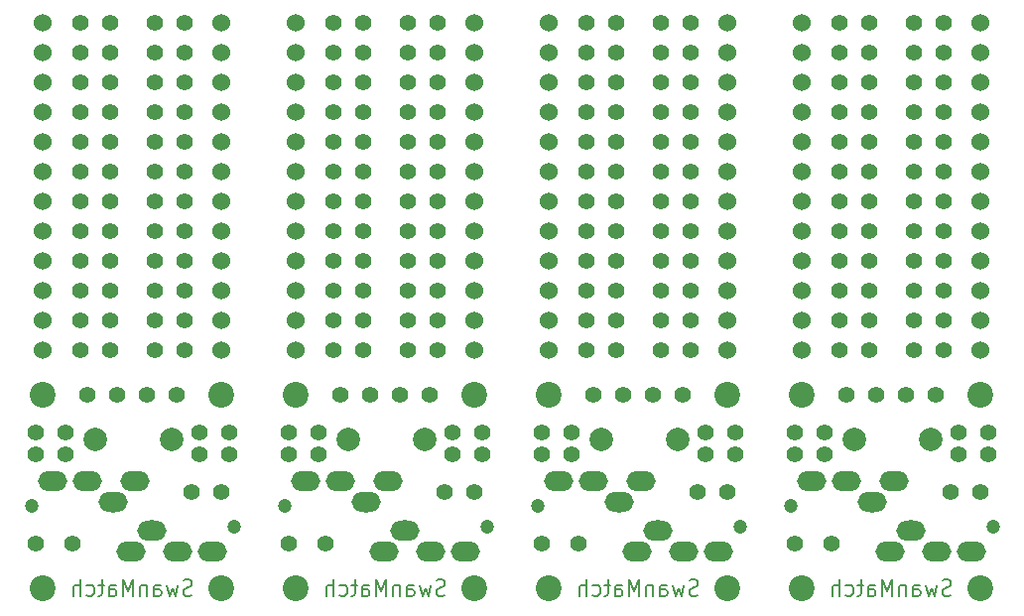
<source format=gbs>
G04 #@! TF.GenerationSoftware,KiCad,Pcbnew,5.0.0-fee4fd1~66~ubuntu18.04.1*
G04 #@! TF.CreationDate,2018-10-17T03:13:26+09:00*
G04 #@! TF.ProjectId,MxLEDBit (___),4D784C45444269742028B3D4FC292E6B,1*
G04 #@! TF.SameCoordinates,Original*
G04 #@! TF.FileFunction,Soldermask,Bot*
G04 #@! TF.FilePolarity,Negative*
%FSLAX46Y46*%
G04 Gerber Fmt 4.6, Leading zero omitted, Abs format (unit mm)*
G04 Created by KiCad (PCBNEW 5.0.0-fee4fd1~66~ubuntu18.04.1) date Wed Oct 17 03:13:26 2018*
%MOMM*%
%LPD*%
G01*
G04 APERTURE LIST*
%ADD10C,0.200000*%
%ADD11O,2.500000X1.700000*%
%ADD12C,1.200000*%
%ADD13C,1.397000*%
%ADD14C,2.200000*%
%ADD15C,1.524000*%
%ADD16C,2.000000*%
G04 APERTURE END LIST*
D10*
X170811190Y-97721666D02*
X170625476Y-97788333D01*
X170315952Y-97788333D01*
X170192142Y-97721666D01*
X170130238Y-97655000D01*
X170068333Y-97521666D01*
X170068333Y-97388333D01*
X170130238Y-97255000D01*
X170192142Y-97188333D01*
X170315952Y-97121666D01*
X170563571Y-97055000D01*
X170687380Y-96988333D01*
X170749285Y-96921666D01*
X170811190Y-96788333D01*
X170811190Y-96655000D01*
X170749285Y-96521666D01*
X170687380Y-96455000D01*
X170563571Y-96388333D01*
X170254047Y-96388333D01*
X170068333Y-96455000D01*
X169635000Y-96855000D02*
X169387380Y-97788333D01*
X169139761Y-97121666D01*
X168892142Y-97788333D01*
X168644523Y-96855000D01*
X167592142Y-97788333D02*
X167592142Y-97055000D01*
X167654047Y-96921666D01*
X167777857Y-96855000D01*
X168025476Y-96855000D01*
X168149285Y-96921666D01*
X167592142Y-97721666D02*
X167715952Y-97788333D01*
X168025476Y-97788333D01*
X168149285Y-97721666D01*
X168211190Y-97588333D01*
X168211190Y-97455000D01*
X168149285Y-97321666D01*
X168025476Y-97255000D01*
X167715952Y-97255000D01*
X167592142Y-97188333D01*
X166973095Y-96855000D02*
X166973095Y-97788333D01*
X166973095Y-96988333D02*
X166911190Y-96921666D01*
X166787380Y-96855000D01*
X166601666Y-96855000D01*
X166477857Y-96921666D01*
X166415952Y-97055000D01*
X166415952Y-97788333D01*
X165796904Y-97788333D02*
X165796904Y-96388333D01*
X165363571Y-97388333D01*
X164930238Y-96388333D01*
X164930238Y-97788333D01*
X163754047Y-97788333D02*
X163754047Y-97055000D01*
X163815952Y-96921666D01*
X163939761Y-96855000D01*
X164187380Y-96855000D01*
X164311190Y-96921666D01*
X163754047Y-97721666D02*
X163877857Y-97788333D01*
X164187380Y-97788333D01*
X164311190Y-97721666D01*
X164373095Y-97588333D01*
X164373095Y-97455000D01*
X164311190Y-97321666D01*
X164187380Y-97255000D01*
X163877857Y-97255000D01*
X163754047Y-97188333D01*
X163320714Y-96855000D02*
X162825476Y-96855000D01*
X163135000Y-96388333D02*
X163135000Y-97588333D01*
X163073095Y-97721666D01*
X162949285Y-97788333D01*
X162825476Y-97788333D01*
X161835000Y-97721666D02*
X161958809Y-97788333D01*
X162206428Y-97788333D01*
X162330238Y-97721666D01*
X162392142Y-97655000D01*
X162454047Y-97521666D01*
X162454047Y-97121666D01*
X162392142Y-96988333D01*
X162330238Y-96921666D01*
X162206428Y-96855000D01*
X161958809Y-96855000D01*
X161835000Y-96921666D01*
X161277857Y-97788333D02*
X161277857Y-96388333D01*
X160720714Y-97788333D02*
X160720714Y-97055000D01*
X160782619Y-96921666D01*
X160906428Y-96855000D01*
X161092142Y-96855000D01*
X161215952Y-96921666D01*
X161277857Y-96988333D01*
X149221190Y-97721666D02*
X149035476Y-97788333D01*
X148725952Y-97788333D01*
X148602142Y-97721666D01*
X148540238Y-97655000D01*
X148478333Y-97521666D01*
X148478333Y-97388333D01*
X148540238Y-97255000D01*
X148602142Y-97188333D01*
X148725952Y-97121666D01*
X148973571Y-97055000D01*
X149097380Y-96988333D01*
X149159285Y-96921666D01*
X149221190Y-96788333D01*
X149221190Y-96655000D01*
X149159285Y-96521666D01*
X149097380Y-96455000D01*
X148973571Y-96388333D01*
X148664047Y-96388333D01*
X148478333Y-96455000D01*
X148045000Y-96855000D02*
X147797380Y-97788333D01*
X147549761Y-97121666D01*
X147302142Y-97788333D01*
X147054523Y-96855000D01*
X146002142Y-97788333D02*
X146002142Y-97055000D01*
X146064047Y-96921666D01*
X146187857Y-96855000D01*
X146435476Y-96855000D01*
X146559285Y-96921666D01*
X146002142Y-97721666D02*
X146125952Y-97788333D01*
X146435476Y-97788333D01*
X146559285Y-97721666D01*
X146621190Y-97588333D01*
X146621190Y-97455000D01*
X146559285Y-97321666D01*
X146435476Y-97255000D01*
X146125952Y-97255000D01*
X146002142Y-97188333D01*
X145383095Y-96855000D02*
X145383095Y-97788333D01*
X145383095Y-96988333D02*
X145321190Y-96921666D01*
X145197380Y-96855000D01*
X145011666Y-96855000D01*
X144887857Y-96921666D01*
X144825952Y-97055000D01*
X144825952Y-97788333D01*
X144206904Y-97788333D02*
X144206904Y-96388333D01*
X143773571Y-97388333D01*
X143340238Y-96388333D01*
X143340238Y-97788333D01*
X142164047Y-97788333D02*
X142164047Y-97055000D01*
X142225952Y-96921666D01*
X142349761Y-96855000D01*
X142597380Y-96855000D01*
X142721190Y-96921666D01*
X142164047Y-97721666D02*
X142287857Y-97788333D01*
X142597380Y-97788333D01*
X142721190Y-97721666D01*
X142783095Y-97588333D01*
X142783095Y-97455000D01*
X142721190Y-97321666D01*
X142597380Y-97255000D01*
X142287857Y-97255000D01*
X142164047Y-97188333D01*
X141730714Y-96855000D02*
X141235476Y-96855000D01*
X141545000Y-96388333D02*
X141545000Y-97588333D01*
X141483095Y-97721666D01*
X141359285Y-97788333D01*
X141235476Y-97788333D01*
X140245000Y-97721666D02*
X140368809Y-97788333D01*
X140616428Y-97788333D01*
X140740238Y-97721666D01*
X140802142Y-97655000D01*
X140864047Y-97521666D01*
X140864047Y-97121666D01*
X140802142Y-96988333D01*
X140740238Y-96921666D01*
X140616428Y-96855000D01*
X140368809Y-96855000D01*
X140245000Y-96921666D01*
X139687857Y-97788333D02*
X139687857Y-96388333D01*
X139130714Y-97788333D02*
X139130714Y-97055000D01*
X139192619Y-96921666D01*
X139316428Y-96855000D01*
X139502142Y-96855000D01*
X139625952Y-96921666D01*
X139687857Y-96988333D01*
X127631190Y-97721666D02*
X127445476Y-97788333D01*
X127135952Y-97788333D01*
X127012142Y-97721666D01*
X126950238Y-97655000D01*
X126888333Y-97521666D01*
X126888333Y-97388333D01*
X126950238Y-97255000D01*
X127012142Y-97188333D01*
X127135952Y-97121666D01*
X127383571Y-97055000D01*
X127507380Y-96988333D01*
X127569285Y-96921666D01*
X127631190Y-96788333D01*
X127631190Y-96655000D01*
X127569285Y-96521666D01*
X127507380Y-96455000D01*
X127383571Y-96388333D01*
X127074047Y-96388333D01*
X126888333Y-96455000D01*
X126455000Y-96855000D02*
X126207380Y-97788333D01*
X125959761Y-97121666D01*
X125712142Y-97788333D01*
X125464523Y-96855000D01*
X124412142Y-97788333D02*
X124412142Y-97055000D01*
X124474047Y-96921666D01*
X124597857Y-96855000D01*
X124845476Y-96855000D01*
X124969285Y-96921666D01*
X124412142Y-97721666D02*
X124535952Y-97788333D01*
X124845476Y-97788333D01*
X124969285Y-97721666D01*
X125031190Y-97588333D01*
X125031190Y-97455000D01*
X124969285Y-97321666D01*
X124845476Y-97255000D01*
X124535952Y-97255000D01*
X124412142Y-97188333D01*
X123793095Y-96855000D02*
X123793095Y-97788333D01*
X123793095Y-96988333D02*
X123731190Y-96921666D01*
X123607380Y-96855000D01*
X123421666Y-96855000D01*
X123297857Y-96921666D01*
X123235952Y-97055000D01*
X123235952Y-97788333D01*
X122616904Y-97788333D02*
X122616904Y-96388333D01*
X122183571Y-97388333D01*
X121750238Y-96388333D01*
X121750238Y-97788333D01*
X120574047Y-97788333D02*
X120574047Y-97055000D01*
X120635952Y-96921666D01*
X120759761Y-96855000D01*
X121007380Y-96855000D01*
X121131190Y-96921666D01*
X120574047Y-97721666D02*
X120697857Y-97788333D01*
X121007380Y-97788333D01*
X121131190Y-97721666D01*
X121193095Y-97588333D01*
X121193095Y-97455000D01*
X121131190Y-97321666D01*
X121007380Y-97255000D01*
X120697857Y-97255000D01*
X120574047Y-97188333D01*
X120140714Y-96855000D02*
X119645476Y-96855000D01*
X119955000Y-96388333D02*
X119955000Y-97588333D01*
X119893095Y-97721666D01*
X119769285Y-97788333D01*
X119645476Y-97788333D01*
X118655000Y-97721666D02*
X118778809Y-97788333D01*
X119026428Y-97788333D01*
X119150238Y-97721666D01*
X119212142Y-97655000D01*
X119274047Y-97521666D01*
X119274047Y-97121666D01*
X119212142Y-96988333D01*
X119150238Y-96921666D01*
X119026428Y-96855000D01*
X118778809Y-96855000D01*
X118655000Y-96921666D01*
X118097857Y-97788333D02*
X118097857Y-96388333D01*
X117540714Y-97788333D02*
X117540714Y-97055000D01*
X117602619Y-96921666D01*
X117726428Y-96855000D01*
X117912142Y-96855000D01*
X118035952Y-96921666D01*
X118097857Y-96988333D01*
X106041190Y-97721666D02*
X105855476Y-97788333D01*
X105545952Y-97788333D01*
X105422142Y-97721666D01*
X105360238Y-97655000D01*
X105298333Y-97521666D01*
X105298333Y-97388333D01*
X105360238Y-97255000D01*
X105422142Y-97188333D01*
X105545952Y-97121666D01*
X105793571Y-97055000D01*
X105917380Y-96988333D01*
X105979285Y-96921666D01*
X106041190Y-96788333D01*
X106041190Y-96655000D01*
X105979285Y-96521666D01*
X105917380Y-96455000D01*
X105793571Y-96388333D01*
X105484047Y-96388333D01*
X105298333Y-96455000D01*
X104865000Y-96855000D02*
X104617380Y-97788333D01*
X104369761Y-97121666D01*
X104122142Y-97788333D01*
X103874523Y-96855000D01*
X102822142Y-97788333D02*
X102822142Y-97055000D01*
X102884047Y-96921666D01*
X103007857Y-96855000D01*
X103255476Y-96855000D01*
X103379285Y-96921666D01*
X102822142Y-97721666D02*
X102945952Y-97788333D01*
X103255476Y-97788333D01*
X103379285Y-97721666D01*
X103441190Y-97588333D01*
X103441190Y-97455000D01*
X103379285Y-97321666D01*
X103255476Y-97255000D01*
X102945952Y-97255000D01*
X102822142Y-97188333D01*
X102203095Y-96855000D02*
X102203095Y-97788333D01*
X102203095Y-96988333D02*
X102141190Y-96921666D01*
X102017380Y-96855000D01*
X101831666Y-96855000D01*
X101707857Y-96921666D01*
X101645952Y-97055000D01*
X101645952Y-97788333D01*
X101026904Y-97788333D02*
X101026904Y-96388333D01*
X100593571Y-97388333D01*
X100160238Y-96388333D01*
X100160238Y-97788333D01*
X98984047Y-97788333D02*
X98984047Y-97055000D01*
X99045952Y-96921666D01*
X99169761Y-96855000D01*
X99417380Y-96855000D01*
X99541190Y-96921666D01*
X98984047Y-97721666D02*
X99107857Y-97788333D01*
X99417380Y-97788333D01*
X99541190Y-97721666D01*
X99603095Y-97588333D01*
X99603095Y-97455000D01*
X99541190Y-97321666D01*
X99417380Y-97255000D01*
X99107857Y-97255000D01*
X98984047Y-97188333D01*
X98550714Y-96855000D02*
X98055476Y-96855000D01*
X98365000Y-96388333D02*
X98365000Y-97588333D01*
X98303095Y-97721666D01*
X98179285Y-97788333D01*
X98055476Y-97788333D01*
X97065000Y-97721666D02*
X97188809Y-97788333D01*
X97436428Y-97788333D01*
X97560238Y-97721666D01*
X97622142Y-97655000D01*
X97684047Y-97521666D01*
X97684047Y-97121666D01*
X97622142Y-96988333D01*
X97560238Y-96921666D01*
X97436428Y-96855000D01*
X97188809Y-96855000D01*
X97065000Y-96921666D01*
X96507857Y-97788333D02*
X96507857Y-96388333D01*
X95950714Y-97788333D02*
X95950714Y-97055000D01*
X96012619Y-96921666D01*
X96136428Y-96855000D01*
X96322142Y-96855000D01*
X96445952Y-96921666D01*
X96507857Y-96988333D01*
D11*
G04 #@! TO.C,JACK*
X172595000Y-93980000D03*
X169595000Y-93980000D03*
X165595000Y-93980000D03*
X164095000Y-89780000D03*
D12*
X174396400Y-91880000D03*
X167386000Y-91880000D03*
G04 #@! TD*
D11*
G04 #@! TO.C,JACK*
X151005000Y-93980000D03*
X148005000Y-93980000D03*
X144005000Y-93980000D03*
X142505000Y-89780000D03*
D12*
X152806400Y-91880000D03*
X145796000Y-91880000D03*
G04 #@! TD*
D11*
G04 #@! TO.C,JACK*
X129415000Y-93980000D03*
X126415000Y-93980000D03*
X122415000Y-93980000D03*
X120915000Y-89780000D03*
D12*
X131216400Y-91880000D03*
X124206000Y-91880000D03*
G04 #@! TD*
G04 #@! TO.C,JACK*
X164134000Y-90130000D03*
X157123600Y-90130000D03*
D11*
X167425000Y-92230000D03*
X165925000Y-88030000D03*
X161925000Y-88030000D03*
X158925000Y-88030000D03*
G04 #@! TD*
D12*
G04 #@! TO.C,JACK*
X142544000Y-90130000D03*
X135533600Y-90130000D03*
D11*
X145835000Y-92230000D03*
X144335000Y-88030000D03*
X140335000Y-88030000D03*
X137335000Y-88030000D03*
G04 #@! TD*
D12*
G04 #@! TO.C,JACK*
X120954000Y-90130000D03*
X113943600Y-90130000D03*
D11*
X124245000Y-92230000D03*
X122745000Y-88030000D03*
X118745000Y-88030000D03*
X115745000Y-88030000D03*
G04 #@! TD*
D13*
G04 #@! TO.C,A*
X170815000Y-88900000D03*
G04 #@! TD*
G04 #@! TO.C,A*
X149225000Y-88900000D03*
G04 #@! TD*
G04 #@! TO.C,A*
X127635000Y-88900000D03*
G04 #@! TD*
G04 #@! TO.C,P2*
X167640000Y-61595000D03*
G04 #@! TD*
G04 #@! TO.C,P2*
X146050000Y-61595000D03*
G04 #@! TD*
G04 #@! TO.C,P2*
X124460000Y-61595000D03*
G04 #@! TD*
G04 #@! TO.C,P2*
X161290000Y-76835000D03*
G04 #@! TD*
G04 #@! TO.C,P2*
X139700000Y-76835000D03*
G04 #@! TD*
G04 #@! TO.C,P2*
X118110000Y-76835000D03*
G04 #@! TD*
G04 #@! TO.C,P2*
X163830000Y-53975000D03*
G04 #@! TD*
G04 #@! TO.C,P2*
X142240000Y-53975000D03*
G04 #@! TD*
G04 #@! TO.C,P2*
X120650000Y-53975000D03*
G04 #@! TD*
G04 #@! TO.C,P2*
X170180000Y-51435000D03*
G04 #@! TD*
G04 #@! TO.C,P2*
X148590000Y-51435000D03*
G04 #@! TD*
G04 #@! TO.C,P2*
X127000000Y-51435000D03*
G04 #@! TD*
G04 #@! TO.C,DATA*
X157480000Y-93345000D03*
G04 #@! TD*
G04 #@! TO.C,DATA*
X135890000Y-93345000D03*
G04 #@! TD*
G04 #@! TO.C,DATA*
X114300000Y-93345000D03*
G04 #@! TD*
G04 #@! TO.C,P2*
X170180000Y-48895000D03*
G04 #@! TD*
G04 #@! TO.C,P2*
X148590000Y-48895000D03*
G04 #@! TD*
G04 #@! TO.C,P2*
X127000000Y-48895000D03*
G04 #@! TD*
G04 #@! TO.C,P2*
X163830000Y-48895000D03*
G04 #@! TD*
G04 #@! TO.C,P2*
X142240000Y-48895000D03*
G04 #@! TD*
G04 #@! TO.C,P2*
X120650000Y-48895000D03*
G04 #@! TD*
G04 #@! TO.C,P2*
X163830000Y-51435000D03*
G04 #@! TD*
G04 #@! TO.C,P2*
X142240000Y-51435000D03*
G04 #@! TD*
G04 #@! TO.C,P2*
X120650000Y-51435000D03*
G04 #@! TD*
G04 #@! TO.C,P2*
X170180000Y-53975000D03*
G04 #@! TD*
G04 #@! TO.C,P2*
X148590000Y-53975000D03*
G04 #@! TD*
G04 #@! TO.C,P2*
X127000000Y-53975000D03*
G04 #@! TD*
G04 #@! TO.C,P2*
X170180000Y-59055000D03*
G04 #@! TD*
G04 #@! TO.C,P2*
X148590000Y-59055000D03*
G04 #@! TD*
G04 #@! TO.C,P2*
X127000000Y-59055000D03*
G04 #@! TD*
D14*
G04 #@! TO.C,HOLE_M2*
X158115000Y-80645000D03*
G04 #@! TD*
G04 #@! TO.C,HOLE_M2*
X136525000Y-80645000D03*
G04 #@! TD*
G04 #@! TO.C,HOLE_M2*
X114935000Y-80645000D03*
G04 #@! TD*
D13*
G04 #@! TO.C,P2*
X167640000Y-56515000D03*
G04 #@! TD*
G04 #@! TO.C,P2*
X146050000Y-56515000D03*
G04 #@! TD*
G04 #@! TO.C,P2*
X124460000Y-56515000D03*
G04 #@! TD*
G04 #@! TO.C,A*
X160655000Y-93345000D03*
G04 #@! TD*
G04 #@! TO.C,A*
X139065000Y-93345000D03*
G04 #@! TD*
G04 #@! TO.C,A*
X117475000Y-93345000D03*
G04 #@! TD*
G04 #@! TO.C,DATA*
X173355000Y-88900000D03*
G04 #@! TD*
G04 #@! TO.C,DATA*
X151765000Y-88900000D03*
G04 #@! TD*
G04 #@! TO.C,DATA*
X130175000Y-88900000D03*
G04 #@! TD*
G04 #@! TO.C,P2*
X161290000Y-51435000D03*
G04 #@! TD*
G04 #@! TO.C,P2*
X139700000Y-51435000D03*
G04 #@! TD*
G04 #@! TO.C,P2*
X118110000Y-51435000D03*
G04 #@! TD*
D14*
G04 #@! TO.C,HOLE_M2*
X158115000Y-97155000D03*
G04 #@! TD*
G04 #@! TO.C,HOLE_M2*
X136525000Y-97155000D03*
G04 #@! TD*
G04 #@! TO.C,HOLE_M2*
X114935000Y-97155000D03*
G04 #@! TD*
D13*
G04 #@! TO.C,P2*
X170180000Y-69215000D03*
G04 #@! TD*
G04 #@! TO.C,P2*
X148590000Y-69215000D03*
G04 #@! TD*
G04 #@! TO.C,P2*
X127000000Y-69215000D03*
G04 #@! TD*
G04 #@! TO.C,P2*
X170180000Y-64135000D03*
G04 #@! TD*
G04 #@! TO.C,P2*
X148590000Y-64135000D03*
G04 #@! TD*
G04 #@! TO.C,P2*
X127000000Y-64135000D03*
G04 #@! TD*
G04 #@! TO.C,P2*
X170180000Y-61595000D03*
G04 #@! TD*
G04 #@! TO.C,P2*
X148590000Y-61595000D03*
G04 #@! TD*
G04 #@! TO.C,P2*
X127000000Y-61595000D03*
G04 #@! TD*
G04 #@! TO.C,P2*
X163830000Y-56515000D03*
G04 #@! TD*
G04 #@! TO.C,P2*
X142240000Y-56515000D03*
G04 #@! TD*
G04 #@! TO.C,P2*
X120650000Y-56515000D03*
G04 #@! TD*
G04 #@! TO.C,P2*
X161290000Y-56515000D03*
G04 #@! TD*
G04 #@! TO.C,P2*
X139700000Y-56515000D03*
G04 #@! TD*
G04 #@! TO.C,P2*
X118110000Y-56515000D03*
G04 #@! TD*
G04 #@! TO.C,P2*
X161290000Y-66675000D03*
G04 #@! TD*
G04 #@! TO.C,P2*
X139700000Y-66675000D03*
G04 #@! TD*
G04 #@! TO.C,P2*
X118110000Y-66675000D03*
G04 #@! TD*
G04 #@! TO.C,DT*
X167640000Y-51435000D03*
G04 #@! TD*
G04 #@! TO.C,DT*
X146050000Y-51435000D03*
G04 #@! TD*
G04 #@! TO.C,DT*
X124460000Y-51435000D03*
G04 #@! TD*
G04 #@! TO.C,P2*
X163830000Y-59055000D03*
G04 #@! TD*
G04 #@! TO.C,P2*
X142240000Y-59055000D03*
G04 #@! TD*
G04 #@! TO.C,P2*
X120650000Y-59055000D03*
G04 #@! TD*
G04 #@! TO.C,P2*
X161290000Y-48895000D03*
G04 #@! TD*
G04 #@! TO.C,P2*
X139700000Y-48895000D03*
G04 #@! TD*
G04 #@! TO.C,P2*
X118110000Y-48895000D03*
G04 #@! TD*
G04 #@! TO.C,P2*
X170180000Y-56515000D03*
G04 #@! TD*
G04 #@! TO.C,P2*
X148590000Y-56515000D03*
G04 #@! TD*
G04 #@! TO.C,P2*
X127000000Y-56515000D03*
G04 #@! TD*
D14*
G04 #@! TO.C,HOLE_M2*
X173355000Y-80645000D03*
G04 #@! TD*
G04 #@! TO.C,HOLE_M2*
X151765000Y-80645000D03*
G04 #@! TD*
G04 #@! TO.C,HOLE_M2*
X130175000Y-80645000D03*
G04 #@! TD*
D13*
G04 #@! TO.C,P2*
X167640000Y-53975000D03*
G04 #@! TD*
G04 #@! TO.C,P2*
X146050000Y-53975000D03*
G04 #@! TD*
G04 #@! TO.C,P2*
X124460000Y-53975000D03*
G04 #@! TD*
G04 #@! TO.C,P2*
X161290000Y-59055000D03*
G04 #@! TD*
G04 #@! TO.C,P2*
X139700000Y-59055000D03*
G04 #@! TD*
G04 #@! TO.C,P2*
X118110000Y-59055000D03*
G04 #@! TD*
G04 #@! TO.C,P2*
X163830000Y-61595000D03*
G04 #@! TD*
G04 #@! TO.C,P2*
X142240000Y-61595000D03*
G04 #@! TD*
G04 #@! TO.C,P2*
X120650000Y-61595000D03*
G04 #@! TD*
G04 #@! TO.C,P2*
X173990000Y-85725000D03*
G04 #@! TD*
G04 #@! TO.C,P2*
X152400000Y-85725000D03*
G04 #@! TD*
G04 #@! TO.C,P2*
X130810000Y-85725000D03*
G04 #@! TD*
G04 #@! TO.C,P2*
X170180000Y-71755000D03*
G04 #@! TD*
G04 #@! TO.C,P2*
X148590000Y-71755000D03*
G04 #@! TD*
G04 #@! TO.C,P2*
X127000000Y-71755000D03*
G04 #@! TD*
G04 #@! TO.C,P2*
X167640000Y-48895000D03*
G04 #@! TD*
G04 #@! TO.C,P2*
X146050000Y-48895000D03*
G04 #@! TD*
G04 #@! TO.C,P2*
X124460000Y-48895000D03*
G04 #@! TD*
G04 #@! TO.C,OLED*
X161925000Y-80645000D03*
X164465000Y-80645000D03*
X167005000Y-80645000D03*
X169545000Y-80645000D03*
G04 #@! TD*
G04 #@! TO.C,OLED*
X140335000Y-80645000D03*
X142875000Y-80645000D03*
X145415000Y-80645000D03*
X147955000Y-80645000D03*
G04 #@! TD*
G04 #@! TO.C,OLED*
X118745000Y-80645000D03*
X121285000Y-80645000D03*
X123825000Y-80645000D03*
X126365000Y-80645000D03*
G04 #@! TD*
D15*
G04 #@! TO.C,U2*
X173355000Y-48895000D03*
X173355000Y-51435000D03*
X173355000Y-53975000D03*
X173355000Y-56515000D03*
X173355000Y-59055000D03*
X173355000Y-61595000D03*
X173355000Y-64135000D03*
X173355000Y-66675000D03*
X173355000Y-69215000D03*
X173355000Y-71755000D03*
X173355000Y-74295000D03*
X173355000Y-76835000D03*
X158115000Y-76835000D03*
X158115000Y-74295000D03*
X158115000Y-71755000D03*
X158115000Y-69215000D03*
X158115000Y-66675000D03*
X158115000Y-64135000D03*
X158115000Y-61595000D03*
X158115000Y-59055000D03*
X158115000Y-56515000D03*
X158115000Y-53975000D03*
X158115000Y-51435000D03*
X158115000Y-48895000D03*
G04 #@! TD*
G04 #@! TO.C,U2*
X151765000Y-48895000D03*
X151765000Y-51435000D03*
X151765000Y-53975000D03*
X151765000Y-56515000D03*
X151765000Y-59055000D03*
X151765000Y-61595000D03*
X151765000Y-64135000D03*
X151765000Y-66675000D03*
X151765000Y-69215000D03*
X151765000Y-71755000D03*
X151765000Y-74295000D03*
X151765000Y-76835000D03*
X136525000Y-76835000D03*
X136525000Y-74295000D03*
X136525000Y-71755000D03*
X136525000Y-69215000D03*
X136525000Y-66675000D03*
X136525000Y-64135000D03*
X136525000Y-61595000D03*
X136525000Y-59055000D03*
X136525000Y-56515000D03*
X136525000Y-53975000D03*
X136525000Y-51435000D03*
X136525000Y-48895000D03*
G04 #@! TD*
G04 #@! TO.C,U2*
X130175000Y-48895000D03*
X130175000Y-51435000D03*
X130175000Y-53975000D03*
X130175000Y-56515000D03*
X130175000Y-59055000D03*
X130175000Y-61595000D03*
X130175000Y-64135000D03*
X130175000Y-66675000D03*
X130175000Y-69215000D03*
X130175000Y-71755000D03*
X130175000Y-74295000D03*
X130175000Y-76835000D03*
X114935000Y-76835000D03*
X114935000Y-74295000D03*
X114935000Y-71755000D03*
X114935000Y-69215000D03*
X114935000Y-66675000D03*
X114935000Y-64135000D03*
X114935000Y-61595000D03*
X114935000Y-59055000D03*
X114935000Y-56515000D03*
X114935000Y-53975000D03*
X114935000Y-51435000D03*
X114935000Y-48895000D03*
G04 #@! TD*
D13*
G04 #@! TO.C,P2*
X157480000Y-85725000D03*
G04 #@! TD*
G04 #@! TO.C,P2*
X135890000Y-85725000D03*
G04 #@! TD*
G04 #@! TO.C,P2*
X114300000Y-85725000D03*
G04 #@! TD*
G04 #@! TO.C,P2*
X160020000Y-85725000D03*
G04 #@! TD*
G04 #@! TO.C,P2*
X138430000Y-85725000D03*
G04 #@! TD*
G04 #@! TO.C,P2*
X116840000Y-85725000D03*
G04 #@! TD*
G04 #@! TO.C,P2*
X161290000Y-71755000D03*
G04 #@! TD*
G04 #@! TO.C,P2*
X139700000Y-71755000D03*
G04 #@! TD*
G04 #@! TO.C,P2*
X118110000Y-71755000D03*
G04 #@! TD*
G04 #@! TO.C,P2*
X167640000Y-59055000D03*
G04 #@! TD*
G04 #@! TO.C,P2*
X146050000Y-59055000D03*
G04 #@! TD*
G04 #@! TO.C,P2*
X124460000Y-59055000D03*
G04 #@! TD*
G04 #@! TO.C,P2*
X161290000Y-74295000D03*
G04 #@! TD*
G04 #@! TO.C,P2*
X139700000Y-74295000D03*
G04 #@! TD*
G04 #@! TO.C,P2*
X118110000Y-74295000D03*
G04 #@! TD*
G04 #@! TO.C,P2*
X161290000Y-53975000D03*
G04 #@! TD*
G04 #@! TO.C,P2*
X139700000Y-53975000D03*
G04 #@! TD*
G04 #@! TO.C,P2*
X118110000Y-53975000D03*
G04 #@! TD*
G04 #@! TO.C,P2*
X161290000Y-64135000D03*
G04 #@! TD*
G04 #@! TO.C,P2*
X139700000Y-64135000D03*
G04 #@! TD*
G04 #@! TO.C,P2*
X118110000Y-64135000D03*
G04 #@! TD*
G04 #@! TO.C,P2*
X157480000Y-83820000D03*
G04 #@! TD*
G04 #@! TO.C,P2*
X135890000Y-83820000D03*
G04 #@! TD*
G04 #@! TO.C,P2*
X114300000Y-83820000D03*
G04 #@! TD*
G04 #@! TO.C,P2*
X160020000Y-83820000D03*
G04 #@! TD*
G04 #@! TO.C,P2*
X138430000Y-83820000D03*
G04 #@! TD*
G04 #@! TO.C,P2*
X116840000Y-83820000D03*
G04 #@! TD*
G04 #@! TO.C,P2*
X170180000Y-76835000D03*
G04 #@! TD*
G04 #@! TO.C,P2*
X148590000Y-76835000D03*
G04 #@! TD*
G04 #@! TO.C,P2*
X127000000Y-76835000D03*
G04 #@! TD*
G04 #@! TO.C,P2*
X170180000Y-66675000D03*
G04 #@! TD*
G04 #@! TO.C,P2*
X148590000Y-66675000D03*
G04 #@! TD*
G04 #@! TO.C,P2*
X127000000Y-66675000D03*
G04 #@! TD*
G04 #@! TO.C,P2*
X170180000Y-74295000D03*
G04 #@! TD*
G04 #@! TO.C,P2*
X148590000Y-74295000D03*
G04 #@! TD*
G04 #@! TO.C,P2*
X127000000Y-74295000D03*
G04 #@! TD*
G04 #@! TO.C,P2*
X171450000Y-85725000D03*
G04 #@! TD*
G04 #@! TO.C,P2*
X149860000Y-85725000D03*
G04 #@! TD*
G04 #@! TO.C,P2*
X128270000Y-85725000D03*
G04 #@! TD*
G04 #@! TO.C,P2*
X171450000Y-83820000D03*
G04 #@! TD*
G04 #@! TO.C,P2*
X149860000Y-83820000D03*
G04 #@! TD*
G04 #@! TO.C,P2*
X128270000Y-83820000D03*
G04 #@! TD*
G04 #@! TO.C,P2*
X161290000Y-69215000D03*
G04 #@! TD*
G04 #@! TO.C,P2*
X139700000Y-69215000D03*
G04 #@! TD*
G04 #@! TO.C,P2*
X118110000Y-69215000D03*
G04 #@! TD*
G04 #@! TO.C,P2*
X161290000Y-61595000D03*
G04 #@! TD*
G04 #@! TO.C,P2*
X139700000Y-61595000D03*
G04 #@! TD*
G04 #@! TO.C,P2*
X118110000Y-61595000D03*
G04 #@! TD*
G04 #@! TO.C,P2*
X173990000Y-83820000D03*
G04 #@! TD*
G04 #@! TO.C,P2*
X152400000Y-83820000D03*
G04 #@! TD*
G04 #@! TO.C,P2*
X130810000Y-83820000D03*
G04 #@! TD*
G04 #@! TO.C,P2*
X163830000Y-76835000D03*
G04 #@! TD*
G04 #@! TO.C,P2*
X142240000Y-76835000D03*
G04 #@! TD*
G04 #@! TO.C,P2*
X120650000Y-76835000D03*
G04 #@! TD*
G04 #@! TO.C,P2*
X163830000Y-71755000D03*
G04 #@! TD*
G04 #@! TO.C,P2*
X142240000Y-71755000D03*
G04 #@! TD*
G04 #@! TO.C,P2*
X120650000Y-71755000D03*
G04 #@! TD*
G04 #@! TO.C,P2*
X163830000Y-74295000D03*
G04 #@! TD*
G04 #@! TO.C,P2*
X142240000Y-74295000D03*
G04 #@! TD*
G04 #@! TO.C,P2*
X120650000Y-74295000D03*
G04 #@! TD*
G04 #@! TO.C,P2*
X167640000Y-76835000D03*
G04 #@! TD*
G04 #@! TO.C,P2*
X146050000Y-76835000D03*
G04 #@! TD*
G04 #@! TO.C,P2*
X124460000Y-76835000D03*
G04 #@! TD*
G04 #@! TO.C,P2*
X167640000Y-74295000D03*
G04 #@! TD*
G04 #@! TO.C,P2*
X146050000Y-74295000D03*
G04 #@! TD*
G04 #@! TO.C,P2*
X124460000Y-74295000D03*
G04 #@! TD*
G04 #@! TO.C,P2*
X167640000Y-71755000D03*
G04 #@! TD*
G04 #@! TO.C,P2*
X146050000Y-71755000D03*
G04 #@! TD*
G04 #@! TO.C,P2*
X124460000Y-71755000D03*
G04 #@! TD*
G04 #@! TO.C,P2*
X167640000Y-64135000D03*
G04 #@! TD*
G04 #@! TO.C,P2*
X146050000Y-64135000D03*
G04 #@! TD*
G04 #@! TO.C,P2*
X124460000Y-64135000D03*
G04 #@! TD*
G04 #@! TO.C,P2*
X167640000Y-69215000D03*
G04 #@! TD*
G04 #@! TO.C,P2*
X146050000Y-69215000D03*
G04 #@! TD*
G04 #@! TO.C,P2*
X124460000Y-69215000D03*
G04 #@! TD*
G04 #@! TO.C,P2*
X167640000Y-66675000D03*
G04 #@! TD*
G04 #@! TO.C,P2*
X146050000Y-66675000D03*
G04 #@! TD*
G04 #@! TO.C,P2*
X124460000Y-66675000D03*
G04 #@! TD*
G04 #@! TO.C,P2*
X163830000Y-64135000D03*
G04 #@! TD*
G04 #@! TO.C,P2*
X142240000Y-64135000D03*
G04 #@! TD*
G04 #@! TO.C,P2*
X120650000Y-64135000D03*
G04 #@! TD*
G04 #@! TO.C,P2*
X163830000Y-66675000D03*
G04 #@! TD*
G04 #@! TO.C,P2*
X142240000Y-66675000D03*
G04 #@! TD*
G04 #@! TO.C,P2*
X120650000Y-66675000D03*
G04 #@! TD*
G04 #@! TO.C,P2*
X163830000Y-69215000D03*
G04 #@! TD*
G04 #@! TO.C,P2*
X142240000Y-69215000D03*
G04 #@! TD*
G04 #@! TO.C,P2*
X120650000Y-69215000D03*
G04 #@! TD*
D16*
G04 #@! TO.C,RESET1*
X169060000Y-84455000D03*
X162560000Y-84455000D03*
G04 #@! TD*
G04 #@! TO.C,RESET1*
X147470000Y-84455000D03*
X140970000Y-84455000D03*
G04 #@! TD*
G04 #@! TO.C,RESET1*
X125880000Y-84455000D03*
X119380000Y-84455000D03*
G04 #@! TD*
D14*
G04 #@! TO.C,HOLE_M2*
X173355000Y-97155000D03*
G04 #@! TD*
G04 #@! TO.C,HOLE_M2*
X151765000Y-97155000D03*
G04 #@! TD*
G04 #@! TO.C,HOLE_M2*
X130175000Y-97155000D03*
G04 #@! TD*
D12*
G04 #@! TO.C,JACK*
X102616000Y-91880000D03*
X109626400Y-91880000D03*
D11*
X99325000Y-89780000D03*
X100825000Y-93980000D03*
X104825000Y-93980000D03*
X107825000Y-93980000D03*
G04 #@! TD*
G04 #@! TO.C,JACK*
X94155000Y-88030000D03*
X97155000Y-88030000D03*
X101155000Y-88030000D03*
X102655000Y-92230000D03*
D12*
X92353600Y-90130000D03*
X99364000Y-90130000D03*
G04 #@! TD*
D14*
G04 #@! TO.C,HOLE_M2*
X93345000Y-97155000D03*
G04 #@! TD*
D16*
G04 #@! TO.C,RESET1*
X97790000Y-84455000D03*
X104290000Y-84455000D03*
G04 #@! TD*
D14*
G04 #@! TO.C,HOLE_M2*
X108585000Y-97155000D03*
G04 #@! TD*
G04 #@! TO.C,HOLE_M2*
X93345000Y-80645000D03*
G04 #@! TD*
G04 #@! TO.C,HOLE_M2*
X108585000Y-80645000D03*
G04 #@! TD*
D13*
G04 #@! TO.C,P2*
X96520000Y-48895000D03*
G04 #@! TD*
G04 #@! TO.C,P2*
X96520000Y-51435000D03*
G04 #@! TD*
G04 #@! TO.C,P2*
X96520000Y-53975000D03*
G04 #@! TD*
G04 #@! TO.C,P2*
X96520000Y-56515000D03*
G04 #@! TD*
G04 #@! TO.C,P2*
X96520000Y-59055000D03*
G04 #@! TD*
G04 #@! TO.C,P2*
X105410000Y-56515000D03*
G04 #@! TD*
G04 #@! TO.C,P2*
X105410000Y-51435000D03*
G04 #@! TD*
G04 #@! TO.C,P2*
X105410000Y-53975000D03*
G04 #@! TD*
G04 #@! TO.C,P2*
X105410000Y-59055000D03*
G04 #@! TD*
G04 #@! TO.C,P2*
X105410000Y-48895000D03*
G04 #@! TD*
G04 #@! TO.C,P2*
X105410000Y-61595000D03*
G04 #@! TD*
G04 #@! TO.C,P2*
X99060000Y-51435000D03*
G04 #@! TD*
G04 #@! TO.C,P2*
X99060000Y-56515000D03*
G04 #@! TD*
G04 #@! TO.C,P2*
X99060000Y-53975000D03*
G04 #@! TD*
G04 #@! TO.C,P2*
X99060000Y-48895000D03*
G04 #@! TD*
G04 #@! TO.C,P2*
X99060000Y-59055000D03*
G04 #@! TD*
G04 #@! TO.C,DT*
X102870000Y-51435000D03*
G04 #@! TD*
G04 #@! TO.C,P2*
X102870000Y-56515000D03*
G04 #@! TD*
G04 #@! TO.C,P2*
X102870000Y-53975000D03*
G04 #@! TD*
G04 #@! TO.C,P2*
X102870000Y-48895000D03*
G04 #@! TD*
G04 #@! TO.C,P2*
X102870000Y-61595000D03*
G04 #@! TD*
G04 #@! TO.C,P2*
X102870000Y-59055000D03*
G04 #@! TD*
G04 #@! TO.C,DATA*
X92710000Y-93345000D03*
G04 #@! TD*
G04 #@! TO.C,A*
X95885000Y-93345000D03*
G04 #@! TD*
G04 #@! TO.C,A*
X106045000Y-88900000D03*
G04 #@! TD*
G04 #@! TO.C,DATA*
X108585000Y-88900000D03*
G04 #@! TD*
D15*
G04 #@! TO.C,U2*
X93345000Y-48895000D03*
X93345000Y-51435000D03*
X93345000Y-53975000D03*
X93345000Y-56515000D03*
X93345000Y-59055000D03*
X93345000Y-61595000D03*
X93345000Y-64135000D03*
X93345000Y-66675000D03*
X93345000Y-69215000D03*
X93345000Y-71755000D03*
X93345000Y-74295000D03*
X93345000Y-76835000D03*
X108585000Y-76835000D03*
X108585000Y-74295000D03*
X108585000Y-71755000D03*
X108585000Y-69215000D03*
X108585000Y-66675000D03*
X108585000Y-64135000D03*
X108585000Y-61595000D03*
X108585000Y-59055000D03*
X108585000Y-56515000D03*
X108585000Y-53975000D03*
X108585000Y-51435000D03*
X108585000Y-48895000D03*
G04 #@! TD*
D13*
G04 #@! TO.C,P2*
X96520000Y-61595000D03*
G04 #@! TD*
G04 #@! TO.C,P2*
X96520000Y-64135000D03*
G04 #@! TD*
G04 #@! TO.C,P2*
X96520000Y-66675000D03*
G04 #@! TD*
G04 #@! TO.C,P2*
X96520000Y-69215000D03*
G04 #@! TD*
G04 #@! TO.C,P2*
X96520000Y-76835000D03*
G04 #@! TD*
G04 #@! TO.C,P2*
X96520000Y-71755000D03*
G04 #@! TD*
G04 #@! TO.C,P2*
X96520000Y-74295000D03*
G04 #@! TD*
G04 #@! TO.C,P2*
X105410000Y-76835000D03*
G04 #@! TD*
G04 #@! TO.C,P2*
X105410000Y-74295000D03*
G04 #@! TD*
G04 #@! TO.C,P2*
X105410000Y-71755000D03*
G04 #@! TD*
G04 #@! TO.C,P2*
X105410000Y-64135000D03*
G04 #@! TD*
G04 #@! TO.C,P2*
X105410000Y-69215000D03*
G04 #@! TD*
G04 #@! TO.C,P2*
X105410000Y-66675000D03*
G04 #@! TD*
G04 #@! TO.C,OLED*
X104775000Y-80645000D03*
X102235000Y-80645000D03*
X99695000Y-80645000D03*
X97155000Y-80645000D03*
G04 #@! TD*
G04 #@! TO.C,P2*
X95250000Y-83820000D03*
G04 #@! TD*
G04 #@! TO.C,P2*
X92710000Y-83820000D03*
G04 #@! TD*
G04 #@! TO.C,P2*
X95250000Y-85725000D03*
G04 #@! TD*
G04 #@! TO.C,P2*
X92710000Y-85725000D03*
G04 #@! TD*
G04 #@! TO.C,P2*
X109220000Y-83820000D03*
G04 #@! TD*
G04 #@! TO.C,P2*
X106680000Y-83820000D03*
G04 #@! TD*
G04 #@! TO.C,P2*
X106680000Y-85725000D03*
G04 #@! TD*
G04 #@! TO.C,P2*
X109220000Y-85725000D03*
G04 #@! TD*
G04 #@! TO.C,P2*
X99060000Y-61595000D03*
G04 #@! TD*
G04 #@! TO.C,P2*
X99060000Y-74295000D03*
G04 #@! TD*
G04 #@! TO.C,P2*
X99060000Y-71755000D03*
G04 #@! TD*
G04 #@! TO.C,P2*
X99060000Y-76835000D03*
G04 #@! TD*
G04 #@! TO.C,P2*
X99060000Y-69215000D03*
G04 #@! TD*
G04 #@! TO.C,P2*
X99060000Y-66675000D03*
G04 #@! TD*
G04 #@! TO.C,P2*
X99060000Y-64135000D03*
G04 #@! TD*
G04 #@! TO.C,P2*
X102870000Y-66675000D03*
G04 #@! TD*
G04 #@! TO.C,P2*
X102870000Y-69215000D03*
G04 #@! TD*
G04 #@! TO.C,P2*
X102870000Y-64135000D03*
G04 #@! TD*
G04 #@! TO.C,P2*
X102870000Y-71755000D03*
G04 #@! TD*
G04 #@! TO.C,P2*
X102870000Y-74295000D03*
G04 #@! TD*
G04 #@! TO.C,P2*
X102870000Y-76835000D03*
G04 #@! TD*
M02*

</source>
